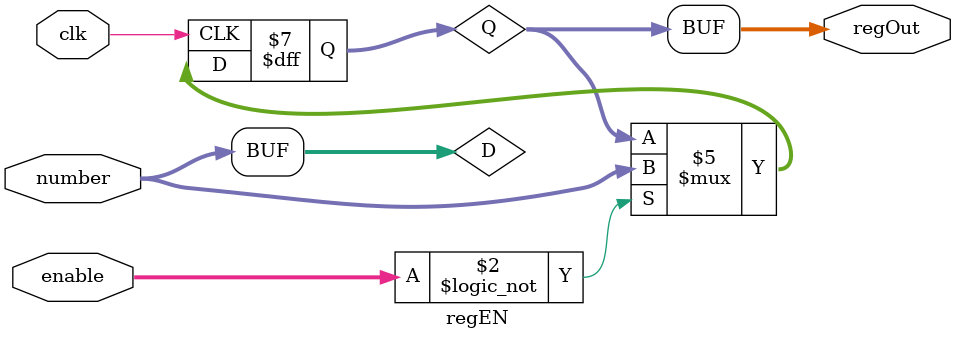
<source format=v>
module regEN #(parameter condition = 2'd0) (

	input clk,
	input [1:0] enable,
	input [3:0] number,
	output [3:0] regOut

);

reg [3:0] Q = 0;
wire [3:0] D;

always @(posedge clk)
begin
	if(enable == condition)
		Q <= D;
	else
		Q <= Q;
end

assign D = number;
assign regOut =Q;

endmodule

</source>
